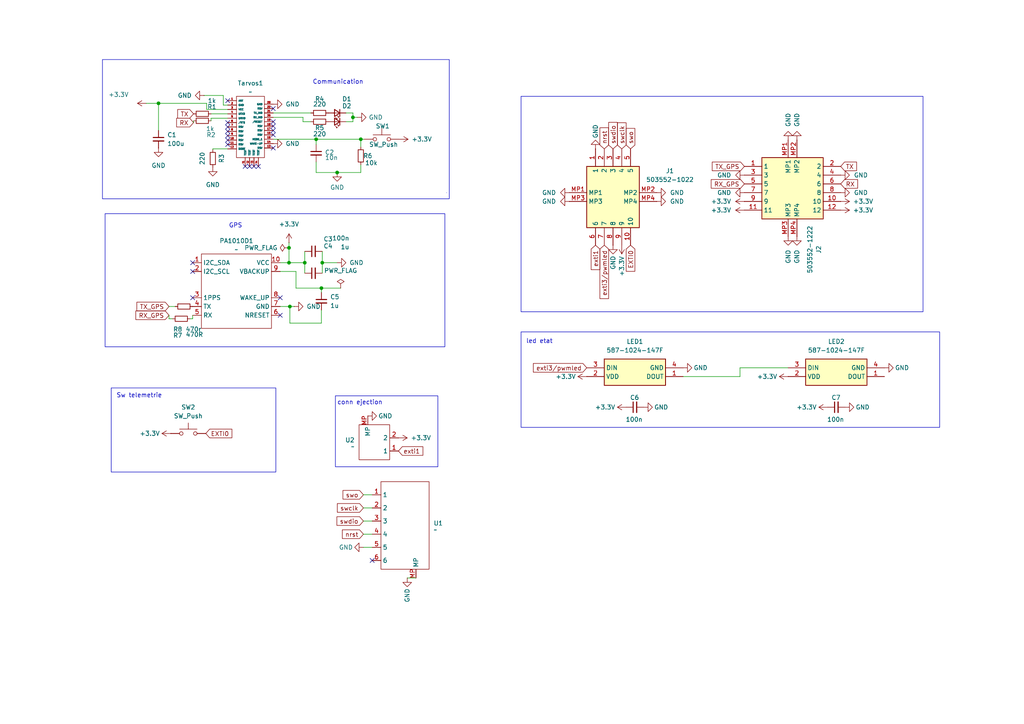
<source format=kicad_sch>
(kicad_sch (version 20231120) (generator "eeschema") (generator_version "8.0")
  (paper "A4")
  (lib_symbols
    (symbol "5035521022:503552-1022"
      (property "Reference" "J" (at 21.59 12.7 0))
      (property "Value" "503552-1022" (at 21.59 10.16 0))
      (symbol "503552-1022_1_1"
        (rectangle (start 5.08 7.62) (end 20.32 -10.16) (stroke (width 0.254)) (fill (type background)))
        (pin passive line (at 7.62 12.7 270) (length 5.08) (name "1") (number "1"))
        (pin passive line (at 17.78 -15.24 90) (length 5.08) (name "10") (number "10"))
        (pin passive line (at 10.16 12.7 270) (length 5.08) (name "2") (number "2"))
        (pin passive line (at 12.7 12.7 270) (length 5.08) (name "3") (number "3"))
        (pin passive line (at 15.24 12.7 270) (length 5.08) (name "4") (number "4"))
        (pin passive line (at 17.78 12.7 270) (length 5.08) (name "5") (number "5"))
        (pin passive line (at 7.62 -15.24 90) (length 5.08) (name "6") (number "6"))
        (pin passive line (at 10.16 -15.24 90) (length 5.08) (name "7") (number "7"))
        (pin passive line (at 12.7 -15.24 90) (length 5.08) (name "8") (number "8"))
        (pin passive line (at 15.24 -15.24 90) (length 5.08) (name "9") (number "9"))
        (pin passive line (at 0 0 0) (length 5.08) (name "MP1") (number "MP1"))
        (pin passive line (at 25.4 0 180) (length 5.08) (name "MP2") (number "MP2"))
        (pin passive line (at 0 -2.54 0) (length 5.08) (name "MP3") (number "MP3"))
        (pin passive line (at 25.4 -2.54 180) (length 5.08) (name "MP4") (number "MP4"))
      )
    )
    (symbol "5035521222:503552-1222"
      (property "Reference" "J" (at 24.13 12.7 0))
      (property "Value" "503552-1222" (at 24.13 10.16 0))
      (symbol "503552-1222_1_1"
        (rectangle (start 5.08 7.62) (end 22.86 -10.16) (stroke (width 0.254)) (fill (type background)))
        (pin passive line (at 7.62 -15.24 90) (length 5.08) (name "1") (number "1"))
        (pin passive line (at 17.78 12.7 270) (length 5.08) (name "10") (number "10"))
        (pin passive line (at 20.32 -15.24 90) (length 5.08) (name "11") (number "11"))
        (pin passive line (at 20.32 12.7 270) (length 5.08) (name "12") (number "12"))
        (pin passive line (at 7.62 12.7 270) (length 5.08) (name "2") (number "2"))
        (pin passive line (at 10.16 -15.24 90) (length 5.08) (name "3") (number "3"))
        (pin passive line (at 10.16 12.7 270) (length 5.08) (name "4") (number "4"))
        (pin passive line (at 12.7 -15.24 90) (length 5.08) (name "5") (number "5"))
        (pin passive line (at 12.7 12.7 270) (length 5.08) (name "6") (number "6"))
        (pin passive line (at 15.24 -15.24 90) (length 5.08) (name "7") (number "7"))
        (pin passive line (at 15.24 12.7 270) (length 5.08) (name "8") (number "8"))
        (pin passive line (at 17.78 -15.24 90) (length 5.08) (name "9") (number "9"))
        (pin passive line (at 0 -2.54 0) (length 5.08) (name "MP1") (number "MP1"))
        (pin passive line (at 0 0 0) (length 5.08) (name "MP2") (number "MP2"))
        (pin passive line (at 27.94 -2.54 180) (length 5.08) (name "MP3") (number "MP3"))
        (pin passive line (at 27.94 0 180) (length 5.08) (name "MP4") (number "MP4"))
      )
    )
    (symbol "Device:C_Small" (pin_numbers hide) (pin_names (offset 0.254) hide)
      (property "Reference" "C" (at 0.254 1.778 0))
      (property "Value" "C_Small" (at 0.254 -2.032 0))
      (symbol "C_Small_0_1"
        (polyline (pts (xy -1.524 -0.508) (xy 1.524 -0.508)) (stroke (width 0.3302)))
        (polyline (pts (xy -1.524 0.508) (xy 1.524 0.508)) (stroke (width 0.3048)))
      )
      (symbol "C_Small_1_1"
        (pin passive line (at 0 2.54 270) (length 2.032) (name "~") (number "1"))
        (pin passive line (at 0 -2.54 90) (length 2.032) (name "~") (number "2"))
      )
    )
    (symbol "Device:LED_Small" (pin_numbers hide) (pin_names (offset 0.254) hide)
      (property "Reference" "D" (at -1.27 3.175 0))
      (property "Value" "LED_Small" (at -4.445 -2.54 0))
      (symbol "LED_Small_0_1"
        (polyline (pts (xy -0.762 -1.016) (xy -0.762 1.016)) (stroke (width 0.254)))
        (polyline (pts (xy 1.016 0) (xy -0.762 0)))
        (polyline (pts (xy 0.762 -1.016) (xy -0.762 0) (xy 0.762 1.016) (xy 0.762 -1.016)) (stroke (width 0.254)))
        (polyline (pts (xy 0 0.762) (xy -0.508 1.27) (xy -0.254 1.27) (xy -0.508 1.27) (xy -0.508 1.016)))
        (polyline (pts (xy 0.508 1.27) (xy 0 1.778) (xy 0.254 1.778) (xy 0 1.778) (xy 0 1.524)))
      )
      (symbol "LED_Small_1_1"
        (pin passive line (at -2.54 0 0) (length 1.778) (name "K") (number "1"))
        (pin passive line (at 2.54 0 180) (length 1.778) (name "A") (number "2"))
      )
    )
    (symbol "Device:R_Small" (pin_numbers hide) (pin_names (offset 0.254) hide)
      (property "Reference" "R" (at 0.762 0.508 0))
      (property "Value" "R_Small" (at 0.762 -1.016 0))
      (symbol "R_Small_0_1"
        (rectangle (start -0.762 1.778) (end 0.762 -1.778) (stroke (width 0.2032)))
      )
      (symbol "R_Small_1_1"
        (pin passive line (at 0 2.54 270) (length 0.762) (name "~") (number "1"))
        (pin passive line (at 0 -2.54 90) (length 0.762) (name "~") (number "2"))
      )
    )
    (symbol "PA1010D:PA1010D"
      (property "Reference" "PA1010D" (at 0 3.048 0))
      (symbol "PA1010D_0_1"
        (rectangle (start -8.89 0) (end 11.43 -21.59))
      )
      (symbol "PA1010D_1_1"
        (pin input line (at -11.43 -2.54 0) (length 2.54) (name "I2C_SDA") (number "1"))
        (pin power_in line (at 13.97 -2.54 180) (length 2.54) (name "VCC") (number "10"))
        (pin input line (at -11.43 -5.08 0) (length 2.54) (name "I2C_SCL") (number "2"))
        (pin input line (at -11.43 -12.7 0) (length 2.54) (name "1PPS") (number "3"))
        (pin output line (at -11.43 -15.24 0) (length 2.54) (name "TX") (number "4"))
        (pin input line (at -11.43 -17.78 0) (length 2.54) (name "RX") (number "5"))
        (pin input line (at 13.97 -17.78 180) (length 2.54) (name "NRESET") (number "6"))
        (pin power_in line (at 13.97 -15.24 180) (length 2.54) (name "GND") (number "7"))
        (pin input line (at 13.97 -12.7 180) (length 2.54) (name "WAKE_UP") (number "8"))
        (pin power_in line (at 13.97 -5.08 180) (length 2.54) (name "VBACKUP") (number "9"))
      )
    )
    (symbol "Switch:SW_Push" (pin_numbers hide) (pin_names (offset 1.016) hide)
      (property "Reference" "SW" (at 1.27 2.54 0))
      (property "Value" "SW_Push" (at 0 -1.524 0))
      (symbol "SW_Push_0_1"
        (circle (center -2.032 0) (radius 0.508))
        (polyline (pts (xy 0 1.27) (xy 0 3.048)))
        (polyline (pts (xy 2.54 1.27) (xy -2.54 1.27)))
        (circle (center 2.032 0) (radius 0.508))
        (pin passive line (at -5.08 0 0) (length 2.54) (name "1") (number "1"))
        (pin passive line (at 5.08 0 180) (length 2.54) (name "2") (number "2"))
      )
    )
    (symbol "Tarvos III:Tarvos"
      (property "Reference" "Tarvos" (at 0 0 0))
      (symbol "Tarvos_0_1"
        (rectangle (start -3.81 -1.27) (end 4.318 -19.05))
      )
      (symbol "Tarvos_1_1"
        (pin input line (at -6.35 -2.54 0) (length 2.54) (name "ANT") (number "1"))
        (pin input line (at -6.35 -13.97 0) (length 2.54) (name "RSV") (number "10"))
        (pin input line (at -6.35 -15.24 0) (length 2.54) (name "RSV") (number "11"))
        (pin input line (at -6.35 -16.51 0) (length 2.54) (name "BOOT") (number "12"))
        (pin input line (at 6.858 -16.256 180) (length 2.54) (name "RSV") (number "13"))
        (pin input line (at 6.858 -14.986 180) (length 2.54) (name "WAKE-UP") (number "14"))
        (pin input line (at 6.858 -13.716 180) (length 2.54) (name "MODE_1") (number "15"))
        (pin input line (at 6.858 -12.446 180) (length 2.54) (name "RSV") (number "16"))
        (pin input line (at 6.858 -11.176 180) (length 2.54) (name "RSV") (number "17"))
        (pin input line (at 6.858 -9.906 180) (length 2.54) (name "RSV") (number "18"))
        (pin input line (at 6.858 -8.636 180) (length 2.54) (name "/RESET") (number "19"))
        (pin input line (at -6.35 -3.81 0) (length 2.54) (name "GND") (number "2"))
        (pin input line (at 6.858 -7.366 180) (length 2.54) (name "RX_IND") (number "20"))
        (pin input line (at 6.858 -6.096 180) (length 2.54) (name "TX_IND") (number "21"))
        (pin input line (at 6.858 -4.826 180) (length 2.54) (name "RSV") (number "22"))
        (pin input line (at 6.858 -3.556 180) (length 2.54) (name "GND") (number "23"))
        (pin input line (at -6.35 -5.08 0) (length 2.54) (name "VCC") (number "3"))
        (pin input line (at -6.35 -6.35 0) (length 2.54) (name "UTXD") (number "4"))
        (pin input line (at -6.35 -7.62 0) (length 2.54) (name "URXD") (number "5"))
        (pin input line (at -6.35 -8.89 0) (length 2.54) (name "/RTS") (number "6"))
        (pin input line (at -6.35 -10.16 0) (length 2.54) (name "RSV") (number "7"))
        (pin input line (at -6.35 -11.43 0) (length 2.54) (name "RSV") (number "8"))
        (pin input line (at -6.35 -12.7 0) (length 2.54) (name "RSV") (number "9"))
        (pin input line (at -1.27 -21.59 90) (length 2.54) (name "TEST") (number "i1"))
        (pin input line (at 0 -21.59 90) (length 2.54) (name "TEST") (number "i2"))
        (pin input line (at 1.27 -21.59 90) (length 2.54) (name "TEST") (number "i3"))
        (pin input line (at 2.54 -21.59 90) (length 2.54) (name "TEST") (number "i4"))
      )
    )
    (symbol "jst_librairie:bm02B_jst_sh"
      (property "Reference" "U2" (at 6.35 -0.6351 0))
      (property "Value" "~" (at 6.35 1.27 0))
      (symbol "bm02B_jst_sh_0_1"
        (rectangle (start -3.81 5.08) (end 5.08 -5.08))
      )
      (symbol "bm02B_jst_sh_1_1"
        (pin free line (at -6.35 2.54 0) (length 2.54) (name "1") (number "1"))
        (pin free line (at -6.35 -1.27 0) (length 2.54) (name "2") (number "2"))
        (pin free line (at 2.54 -7.62 90) (length 2.54) (name "MP") (number "MP"))
      )
    )
    (symbol "jst_sh_symboles:jst_sh_6pin"
      (property "Reference" "U1" (at 6.35 1.9051 0))
      (property "Value" "~" (at 6.35 0 0))
      (symbol "jst_sh_6pin_0_1"
        (rectangle (start -8.89 13.97) (end 5.08 -11.43))
      )
      (symbol "jst_sh_6pin_1_1"
        (pin free line (at -11.43 10.16 0) (length 2.54) (name "1") (number "1"))
        (pin free line (at -11.43 6.35 0) (length 2.54) (name "2") (number "2"))
        (pin free line (at -11.43 2.54 0) (length 2.54) (name "3") (number "3"))
        (pin free line (at -11.43 -1.27 0) (length 2.54) (name "4") (number "4"))
        (pin free line (at -11.43 -5.08 0) (length 2.54) (name "5") (number "5"))
        (pin free line (at -11.43 -8.89 0) (length 2.54) (name "6") (number "6"))
        (pin free line (at 1.27 -13.97 90) (length 2.54) (name "MP") (number "MP"))
      )
    )
    (symbol "led adressable:587-1024-147F"
      (property "Reference" "LED" (at 24.13 7.62 0))
      (property "Value" "587-1024-147F" (at 24.13 5.08 0))
      (symbol "587-1024-147F_1_1"
        (rectangle (start 5.08 2.54) (end 22.86 -5.08) (stroke (width 0.254)) (fill (type background)))
        (pin passive line (at 27.94 -2.54 180) (length 5.08) (name "DOUT") (number "1"))
        (pin passive line (at 0 -2.54 0) (length 5.08) (name "VDD") (number "2"))
        (pin passive line (at 0 0 0) (length 5.08) (name "DIN") (number "3"))
        (pin passive line (at 27.94 0 180) (length 5.08) (name "GND") (number "4"))
      )
    )
    (symbol "power:+3.3V" (power) (pin_numbers hide) (pin_names (offset 0) hide)
      (property "Value" "+3.3V" (at 0 3.556 0))
      (symbol "+3.3V_0_1"
        (polyline (pts (xy -0.762 1.27) (xy 0 2.54)))
        (polyline (pts (xy 0 0) (xy 0 2.54)))
        (polyline (pts (xy 0 2.54) (xy 0.762 1.27)))
      )
      (symbol "+3.3V_1_1"
        (pin power_in line (at 0 0 90) (length 0) (name "~") (number "1"))
      )
    )
    (symbol "power:GND" (power) (pin_numbers hide) (pin_names (offset 0) hide)
      (property "Value" "GND" (at 0 -3.81 0))
      (symbol "GND_0_1"
        (polyline (pts (xy 0 0) (xy 0 -1.27) (xy 1.27 -1.27) (xy 0 -2.54) (xy -1.27 -1.27) (xy 0 -1.27)))
      )
      (symbol "GND_1_1"
        (pin power_in line (at 0 0 270) (length 0) (name "~") (number "1"))
      )
    )
    (symbol "power:PWR_FLAG" (power) (pin_numbers hide) (pin_names (offset 0) hide)
      (property "Value" "PWR_FLAG" (at 0 3.81 0))
      (symbol "PWR_FLAG_0_0"
        (pin power_out line (at 0 0 90) (length 0) (name "~") (number "1"))
      )
      (symbol "PWR_FLAG_0_1"
        (polyline (pts (xy 0 0) (xy 0 1.27) (xy -1.016 1.905) (xy 0 2.54) (xy 1.016 1.905) (xy 0 1.27)))
      )
    )
  )
  (junction (at 88.392 76.2))
  (junction (at 97.79 50.038))
  (junction (at 45.974 29.972))
  (junction (at 83.82 71.882))
  (junction (at 84.074 88.9))
  (junction (at 102.362 34.036))
  (junction (at 83.82 76.2))
  (junction (at 104.648 40.386))
  (junction (at 93.218 83.566))
  (junction (at 91.694 40.386))
  (junction (at 93.472 76.2))
  (no_connect (at 66.04 29.21))
  (no_connect (at 79.248 31.496))
  (no_connect (at 66.04 39.37))
  (no_connect (at 66.04 40.64))
  (no_connect (at 55.88 86.36))
  (no_connect (at 55.88 78.74))
  (no_connect (at 55.88 76.2))
  (no_connect (at 73.66 48.26))
  (no_connect (at 79.248 36.576))
  (no_connect (at 81.28 91.44))
  (no_connect (at 107.95 162.56))
  (no_connect (at 66.04 36.83))
  (no_connect (at 72.39 48.26))
  (no_connect (at 79.248 42.926))
  (no_connect (at 71.12 48.26))
  (no_connect (at 79.248 37.846))
  (no_connect (at 79.248 35.306))
  (no_connect (at 66.04 38.1))
  (no_connect (at 81.28 86.36))
  (no_connect (at 66.04 35.56))
  (no_connect (at 74.93 48.26))
  (no_connect (at 79.248 39.116))
  (no_connect (at 66.04 41.91))
  (wire (pts (xy 84.074 88.9) (xy 81.28 88.9)))
  (wire (pts (xy 107.95 151.13) (xy 105.41 151.13)))
  (wire (pts (xy 85.344 88.9) (xy 84.074 88.9)))
  (wire (pts (xy 45.974 29.972) (xy 45.974 37.846)))
  (wire (pts (xy 88.392 72.898) (xy 88.392 76.2)))
  (wire (pts (xy 84.074 93.726) (xy 93.218 93.726)))
  (wire (pts (xy 93.472 72.898) (xy 93.472 76.2)))
  (wire (pts (xy 91.694 50.038) (xy 97.79 50.038)))
  (wire (pts (xy 104.648 40.386) (xy 104.648 42.672)))
  (wire (pts (xy 198.12 109.22) (xy 214.63 109.22)))
  (wire (pts (xy 61.722 43.18) (xy 61.722 43.434)))
  (wire (pts (xy 100.33 32.766) (xy 102.362 32.766)))
  (wire (pts (xy 59.944 29.972) (xy 59.944 31.75)))
  (wire (pts (xy 81.28 78.74) (xy 85.852 78.74)))
  (wire (pts (xy 103.632 34.036) (xy 102.362 34.036)))
  (wire (pts (xy 93.218 93.726) (xy 93.218 89.916)))
  (wire (pts (xy 93.218 83.566) (xy 98.806 83.566)))
  (wire (pts (xy 107.95 147.32) (xy 105.41 147.32)))
  (wire (pts (xy 49.022 92.456) (xy 49.022 91.44)))
  (wire (pts (xy 64.77 27.686) (xy 64.77 30.48)))
  (wire (pts (xy 59.182 27.686) (xy 64.77 27.686)))
  (wire (pts (xy 102.362 32.766) (xy 102.362 34.036)))
  (wire (pts (xy 87.884 35.306) (xy 87.884 34.036)))
  (wire (pts (xy 64.77 30.48) (xy 66.04 30.48)))
  (wire (pts (xy 93.472 76.2) (xy 93.472 79.248)))
  (wire (pts (xy 97.79 50.038) (xy 104.648 50.038)))
  (wire (pts (xy 81.28 76.2) (xy 83.82 76.2)))
  (wire (pts (xy 91.694 40.386) (xy 104.648 40.386)))
  (wire (pts (xy 107.95 143.51) (xy 105.41 143.51)))
  (wire (pts (xy 66.04 43.18) (xy 61.722 43.18)))
  (wire (pts (xy 104.648 50.038) (xy 104.648 47.752)))
  (wire (pts (xy 88.392 76.2) (xy 88.392 79.248)))
  (wire (pts (xy 90.17 32.766) (xy 79.248 32.766)))
  (wire (pts (xy 85.852 78.74) (xy 85.852 83.566)))
  (wire (pts (xy 84.074 88.9) (xy 84.074 93.726)))
  (wire (pts (xy 83.82 70.358) (xy 83.82 71.882)))
  (wire (pts (xy 56.134 35.56) (xy 56.134 35.052)))
  (wire (pts (xy 50.038 92.456) (xy 49.022 92.456)))
  (wire (pts (xy 214.63 106.68) (xy 228.6 106.68)))
  (wire (pts (xy 85.852 83.566) (xy 93.218 83.566)))
  (wire (pts (xy 102.362 34.036) (xy 102.362 35.306)))
  (wire (pts (xy 55.88 92.456) (xy 55.88 91.44)))
  (wire (pts (xy 45.974 29.972) (xy 59.944 29.972)))
  (wire (pts (xy 91.694 40.386) (xy 91.694 41.91)))
  (wire (pts (xy 104.648 40.386) (xy 105.664 40.386)))
  (wire (pts (xy 100.33 35.306) (xy 102.362 35.306)))
  (wire (pts (xy 120.65 167.64) (xy 118.11 167.64)))
  (wire (pts (xy 90.17 35.306) (xy 87.884 35.306)))
  (wire (pts (xy 214.63 109.22) (xy 214.63 106.68)))
  (wire (pts (xy 55.118 92.456) (xy 55.88 92.456)))
  (wire (pts (xy 49.022 88.9) (xy 50.8 88.9)))
  (wire (pts (xy 93.218 83.566) (xy 93.218 84.836)))
  (wire (pts (xy 42.418 29.972) (xy 45.974 29.972)))
  (wire (pts (xy 93.472 76.2) (xy 97.79 76.2)))
  (wire (pts (xy 61.214 34.29) (xy 61.214 35.052)))
  (wire (pts (xy 91.694 46.99) (xy 91.694 50.038)))
  (wire (pts (xy 83.82 76.2) (xy 88.392 76.2)))
  (wire (pts (xy 83.82 71.882) (xy 83.82 76.2)))
  (wire (pts (xy 61.214 33.02) (xy 66.04 33.02)))
  (wire (pts (xy 59.944 31.75) (xy 66.04 31.75)))
  (wire (pts (xy 66.04 34.29) (xy 61.214 34.29)))
  (wire (pts (xy 107.95 158.75) (xy 105.41 158.75)))
  (wire (pts (xy 79.248 40.386) (xy 91.694 40.386)))
  (wire (pts (xy 87.884 34.036) (xy 79.248 34.036)))
  (wire (pts (xy 107.95 154.94) (xy 105.41 154.94)))
  (rectangle (start 151.13 27.94) (end 267.716 90.424))
  (rectangle (start 32.258 112.522) (end 80.01 136.906))
  (rectangle (start 97.282 114.808) (end 127 135.382))
  (rectangle (start 29.718 17.272) (end 130.302 57.658))
  (rectangle (start 151.13 96.266) (end 272.542 123.952))
  (rectangle (start 129.54 55.88) (end 129.54 55.88))
  (rectangle (start 30.48 61.976) (end 129.032 100.584))
  (text "conn ejection" (at 104.394 116.84 0) (effects (font (size 1.27 1.27))))
  (text "Sw telemetrie" (at 40.386 114.808 0) (effects (font (size 1.27 1.27))))
  (text "GPS\n" (at 68.326 65.532 0) (effects (font (size 1.27 1.27))))
  (text "led etat" (at 156.464 99.06 0) (effects (font (size 1.27 1.27))))
  (text "Communication" (at 98.044 23.876 0) (effects (font (size 1.27 1.27))))
  (global_label "EXTI0" (shape input) (at 182.88 71.12 270) (property "Intersheetrefs" "${INTERSHEET_REFS}" (effects (hide yes))))
  (global_label "exti3{slash}pwmled" (shape input) (at 170.18 106.68 180) (property "Intersheetrefs" "${INTERSHEET_REFS}" (effects (hide yes))))
  (global_label "exti1" (shape input) (at 172.72 71.12 270) (property "Intersheetrefs" "${INTERSHEET_REFS}" (effects (hide yes))))
  (global_label "nrst" (shape input) (at 175.26 43.18 90) (property "Intersheetrefs" "${INTERSHEET_REFS}" (effects (hide yes))))
  (global_label "RX" (shape input) (at 243.84 53.34 0) (property "Intersheetrefs" "${INTERSHEET_REFS}" (effects (hide yes))))
  (global_label "TX_GPS" (shape input) (at 215.9 48.26 180) (property "Intersheetrefs" "${INTERSHEET_REFS}" (effects (hide yes))))
  (global_label "swo" (shape input) (at 182.88 43.18 90) (property "Intersheetrefs" "${INTERSHEET_REFS}" (effects (hide yes))))
  (global_label "exti3{slash}pwmled" (shape input) (at 175.26 71.12 270) (property "Intersheetrefs" "${INTERSHEET_REFS}" (effects (hide yes))))
  (global_label "TX_GPS" (shape input) (at 49.022 88.9 180) (property "Intersheetrefs" "${INTERSHEET_REFS}" (effects (hide yes))))
  (global_label "swclk" (shape input) (at 105.41 147.32 180) (property "Intersheetrefs" "${INTERSHEET_REFS}" (effects (hide yes))))
  (global_label "RX_GPS" (shape input) (at 215.9 53.34 180) (property "Intersheetrefs" "${INTERSHEET_REFS}" (effects (hide yes))))
  (global_label "swclk" (shape input) (at 180.34 43.18 90) (property "Intersheetrefs" "${INTERSHEET_REFS}" (effects (hide yes))))
  (global_label "swdio" (shape input) (at 177.8 43.18 90) (property "Intersheetrefs" "${INTERSHEET_REFS}" (effects (hide yes))))
  (global_label "TX" (shape input) (at 56.134 33.02 180) (property "Intersheetrefs" "${INTERSHEET_REFS}" (effects (hide yes))))
  (global_label "RX" (shape input) (at 56.134 35.56 180) (property "Intersheetrefs" "${INTERSHEET_REFS}" (effects (hide yes))))
  (global_label "nrst" (shape input) (at 105.41 154.94 180) (property "Intersheetrefs" "${INTERSHEET_REFS}" (effects (hide yes))))
  (global_label "swdio" (shape input) (at 105.41 151.13 180) (property "Intersheetrefs" "${INTERSHEET_REFS}" (effects (hide yes))))
  (global_label "TX" (shape input) (at 243.84 48.26 0) (property "Intersheetrefs" "${INTERSHEET_REFS}" (effects (hide yes))))
  (global_label "exti1" (shape input) (at 115.57 130.81 0) (property "Intersheetrefs" "${INTERSHEET_REFS}" (effects (hide yes))))
  (global_label "swo" (shape input) (at 105.41 143.51 180) (property "Intersheetrefs" "${INTERSHEET_REFS}" (effects (hide yes))))
  (global_label "EXTI0" (shape input) (at 59.69 125.73 0) (property "Intersheetrefs" "${INTERSHEET_REFS}" (effects (hide yes))))
  (global_label "RX_GPS" (shape input) (at 49.022 91.44 180) (property "Intersheetrefs" "${INTERSHEET_REFS}" (effects (hide yes))))
  (symbol (lib_id "Device:LED_Small") (at 97.79 32.766 180) (unit 1)
    (property "Reference" "D1" (at 100.584 28.702 0))
    (property "Value" "LED_Small" (effects (hide yes)))
    (property "Footprint" "LED_SMD:LED_0603_1608Metric" (effects (hide yes)))
    (property "Description" "Light emitting diode, small symbol" (effects (hide yes)))
  )
  (symbol (lib_id "Tarvos III:Tarvos") (at 72.39 26.67 0) (unit 1)
    (property "Reference" "Tarvos1" (at 72.644 24.13 0))
    (property "Value" "~" (at 72.644 26.67 0))
    (property "Footprint" "tarvosiii:Tarvos III" (effects (hide yes)))
  )
  (symbol (lib_id "power:GND") (at 97.79 50.038 0) (unit 1)
    (property "Reference" "#PWR07" (effects (hide yes)))
    (property "Value" "GND" (at 97.79 54.356 0))
    (property "Description" "Power symbol creates a global label with name \"GND\" , ground" (effects (hide yes)))
  )
  (symbol (lib_id "Device:R_Small") (at 58.674 35.052 90) (unit 1)
    (property "Reference" "R2" (at 61.214 39.116 90))
    (property "Value" "1k" (at 60.96 37.338 90))
    (property "Footprint" "Resistor_SMD:R_0402_1005Metric" (effects (hide yes)))
    (property "Description" "Resistor, small symbol" (effects (hide yes)))
  )
  (symbol (lib_id "power:+3.3V") (at 243.84 58.42 270) (unit 1)
    (property "Reference" "#PWR027" (effects (hide yes)))
    (property "Value" "+3.3V" (at 247.396 58.4199 90) (effects (justify left)))
    (property "Description" "Power symbol creates a global label with name \"+3.3V\"" (effects (hide yes)))
  )
  (symbol (lib_id "Device:R_Small") (at 58.674 33.02 90) (unit 1)
    (property "Reference" "R1" (at 61.468 30.988 90))
    (property "Value" "1k" (at 61.468 29.21 90))
    (property "Footprint" "Resistor_SMD:R_0402_1005Metric" (effects (hide yes)))
    (property "Description" "Resistor, small symbol" (effects (hide yes)))
  )
  (symbol (lib_id "power:GND") (at 177.8 71.12 0) (unit 1)
    (property "Reference" "#PWR031" (effects (hide yes)))
    (property "Value" "GND" (at 177.8 76.2 90))
    (property "Description" "Power symbol creates a global label with name \"GND\" , ground" (effects (hide yes)))
  )
  (symbol (lib_id "Switch:SW_Push") (at 54.61 125.73 0) (unit 1)
    (property "Reference" "SW2" (at 54.61 118.11 0))
    (property "Value" "SW_Push" (at 54.61 120.65 0))
    (property "Footprint" "Button_Switch_SMD:SW_Push_1P1T_NO_CK_PTS125Sx43PSMTR" (effects (hide yes)))
    (property "Description" "Push button switch, generic, two pins" (effects (hide yes)))
  )
  (symbol (lib_id "Device:LED_Small") (at 97.79 35.306 180) (unit 1)
    (property "Reference" "D2" (at 100.584 30.734 0))
    (property "Value" "LED_Small" (effects (hide yes)))
    (property "Footprint" "LED_SMD:LED_0603_1608Metric" (effects (hide yes)))
    (property "Description" "Light emitting diode, small symbol" (effects (hide yes)))
  )
  (symbol (lib_id "Device:C_Small") (at 184.15 118.11 90) (unit 1)
    (property "Reference" "C6" (at 185.42 115.316 90) (effects (justify left)))
    (property "Value" "100n" (at 186.436 121.666 90) (effects (justify left)))
    (property "Footprint" "Capacitor_SMD:C_0402_1005Metric" (effects (hide yes)))
    (property "Description" "Unpolarized capacitor, small symbol" (effects (hide yes)))
  )
  (symbol (lib_id "Device:R_Small") (at 104.648 45.212 180) (unit 1)
    (property "Reference" "R6" (at 106.68 45.212 0))
    (property "Value" "10k" (at 107.696 47.244 0))
    (property "Footprint" "Resistor_SMD:R_0402_1005Metric" (effects (hide yes)))
    (property "Description" "Resistor, small symbol" (effects (hide yes)))
  )
  (symbol (lib_id "power:GND") (at 190.5 58.42 90) (unit 1)
    (property "Reference" "#PWR016" (effects (hide yes)))
    (property "Value" "GND" (at 194.31 58.4199 90) (effects (justify right)))
    (property "Description" "Power symbol creates a global label with name \"GND\" , ground" (effects (hide yes)))
  )
  (symbol (lib_id "Device:R_Small") (at 92.71 35.306 90) (unit 1)
    (property "Reference" "R5" (at 92.71 37.084 90))
    (property "Value" "220" (at 92.71 38.862 90))
    (property "Footprint" "Resistor_SMD:R_0402_1005Metric" (effects (hide yes)))
    (property "Description" "Resistor, small symbol" (effects (hide yes)))
  )
  (symbol (lib_id "power:GND") (at 172.72 43.18 180) (unit 1)
    (property "Reference" "#PWR029" (effects (hide yes)))
    (property "Value" "GND" (at 172.72 38.1 90))
    (property "Description" "Power symbol creates a global label with name \"GND\" , ground" (effects (hide yes)))
  )
  (symbol (lib_id "power:+3.3V") (at 115.57 127 270) (unit 1)
    (property "Reference" "#PWR040" (effects (hide yes)))
    (property "Value" "+3.3V" (at 119.126 126.9999 90) (effects (justify left)))
    (property "Description" "Power symbol creates a global label with name \"+3.3V\"" (effects (hide yes)))
  )
  (symbol (lib_id "Switch:SW_Push") (at 110.744 40.386 0) (unit 1)
    (property "Reference" "SW1" (at 110.998 36.576 0))
    (property "Value" "SW_Push" (at 111.252 41.91 0))
    (property "Footprint" "Connector_PinHeader_1.00mm:PinHeader_1x02_P1.00mm_Horizontal" (effects (hide yes)))
    (property "Description" "Push button switch, generic, two pins" (effects (hide yes)))
  )
  (symbol (lib_id "Device:C_Small") (at 242.57 118.11 90) (unit 1)
    (property "Reference" "C7" (at 243.84 115.316 90) (effects (justify left)))
    (property "Value" "100n" (at 244.856 121.666 90) (effects (justify left)))
    (property "Footprint" "Capacitor_SMD:C_0402_1005Metric" (effects (hide yes)))
    (property "Description" "Unpolarized capacitor, small symbol" (effects (hide yes)))
  )
  (symbol (lib_id "power:+3.3V") (at 83.82 70.358 0) (unit 1)
    (property "Reference" "#PWR010" (effects (hide yes)))
    (property "Value" "+3.3V" (at 83.82 65.024 0))
    (property "Description" "Power symbol creates a global label with name \"+3.3V\"" (effects (hide yes)))
  )
  (symbol (lib_id "power:GND") (at 190.5 55.88 90) (unit 1)
    (property "Reference" "#PWR015" (effects (hide yes)))
    (property "Value" "GND" (at 194.31 55.8799 90) (effects (justify right)))
    (property "Description" "Power symbol creates a global label with name \"GND\" , ground" (effects (hide yes)))
  )
  (symbol (lib_id "5035521022:503552-1022") (at 165.1 55.88 0) (unit 1)
    (property "Reference" "J1" (at 194.31 49.5614 0))
    (property "Value" "503552-1022" (at 194.31 52.1014 0))
    (property "Footprint" "5035521022:5035521022" (effects (hide yes)))
    (property "Datasheet" "https://www.molex.com/pdm_docs/sd/5035521222_sd.pdf" (effects (hide yes)))
    (property "Description" "Board to Board & Mezzanine Connectors SLIMSTACK .4MM PITCH HRF PLUG 10CKT" (effects (hide yes)))
    (property "Height" "0.58" (effects (hide yes)))
    (property "Manufacturer_Name" "Molex" (effects (hide yes)))
    (property "Manufacturer_Part_Number" "503552-1022" (effects (hide yes)))
    (property "Mouser Part Number" "538-503552-1022" (effects (hide yes)))
    (property "Mouser Price/Stock" "https://www.mouser.co.uk/ProductDetail/Molex/503552-1022?qs=byeeYqUIh0NcrMupNdbabQ%3D%3D" (effects (hide yes)))
  )
  (symbol (lib_id "power:GND") (at 165.1 58.42 270) (unit 1)
    (property "Reference" "#PWR014" (effects (hide yes)))
    (property "Value" "GND" (at 161.29 58.4199 90) (effects (justify right)))
    (property "Description" "Power symbol creates a global label with name \"GND\" , ground" (effects (hide yes)))
  )
  (symbol (lib_id "Device:C_Small") (at 93.218 87.376 0) (unit 1)
    (property "Reference" "C5" (at 95.758 86.1122 0) (effects (justify left)))
    (property "Value" "1u" (at 95.758 88.6522 0) (effects (justify left)))
    (property "Footprint" "Capacitor_SMD:C_0402_1005Metric_Pad0.74x0.62mm_HandSolder" (effects (hide yes)))
    (property "Description" "Unpolarized capacitor, small symbol" (effects (hide yes)))
  )
  (symbol (lib_id "power:+3.3V") (at 115.824 40.386 270) (unit 1)
    (property "Reference" "#PWR09" (effects (hide yes)))
    (property "Value" "+3.3V" (at 119.38 40.3859 90) (effects (justify left)))
    (property "Description" "Power symbol creates a global label with name \"+3.3V\"" (effects (hide yes)))
  )
  (symbol (lib_id "power:+3.3V") (at 243.84 60.96 270) (unit 1)
    (property "Reference" "#PWR028" (effects (hide yes)))
    (property "Value" "+3.3V" (at 247.396 60.9599 90) (effects (justify left)))
    (property "Description" "Power symbol creates a global label with name \"+3.3V\"" (effects (hide yes)))
  )
  (symbol (lib_id "power:GND") (at 215.9 50.8 270) (unit 1)
    (property "Reference" "#PWR023" (effects (hide yes)))
    (property "Value" "GND" (at 212.09 50.7999 90) (effects (justify right)))
    (property "Description" "Power symbol creates a global label with name \"GND\" , ground" (effects (hide yes)))
  )
  (symbol (lib_id "Device:R_Small") (at 61.722 45.974 180) (unit 1)
    (property "Reference" "R3" (at 64.262 45.974 90))
    (property "Value" "220" (at 58.674 45.974 90))
    (property "Footprint" "Resistor_SMD:R_0402_1005Metric" (effects (hide yes)))
    (property "Description" "Resistor, small symbol" (effects (hide yes)))
  )
  (symbol (lib_id "Device:R_Small") (at 52.578 92.456 90) (unit 1)
    (property "Reference" "R7" (at 51.562 97.282 90))
    (property "Value" "470R" (at 56.388 97.028 90))
    (property "Footprint" "Resistor_SMD:R_0402_1005Metric" (effects (hide yes)))
    (property "Description" "Resistor, small symbol" (effects (hide yes)))
  )
  (symbol (lib_id "Device:R_Small") (at 53.34 88.9 90) (unit 1)
    (property "Reference" "R8" (at 51.562 95.504 90))
    (property "Value" "470r" (at 56.134 95.504 90))
    (property "Footprint" "Resistor_SMD:R_0402_1005Metric" (effects (hide yes)))
    (property "Description" "Resistor, small symbol" (effects (hide yes)))
  )
  (symbol (lib_id "PA1010D:PA1010D") (at 67.31 73.66 0) (unit 1)
    (property "Reference" "PA1010D1" (at 68.58 69.85 0))
    (property "Value" "~" (at 68.58 72.39 0))
    (property "Footprint" "pa1010d:PA1010D" (effects (hide yes)))
  )
  (symbol (lib_id "Device:C_Small") (at 45.974 40.386 0) (unit 1)
    (property "Reference" "C1" (at 48.514 39.1222 0) (effects (justify left)))
    (property "Value" "100u" (at 48.514 41.6622 0) (effects (justify left)))
    (property "Footprint" "Capacitor_SMD:C_0805_2012Metric_Pad1.18x1.45mm_HandSolder" (effects (hide yes)))
    (property "Description" "Unpolarized capacitor, small symbol" (effects (hide yes)))
  )
  (symbol (lib_id "power:GND") (at 165.1 55.88 270) (unit 1)
    (property "Reference" "#PWR013" (effects (hide yes)))
    (property "Value" "GND" (at 161.29 55.8799 90) (effects (justify right)))
    (property "Description" "Power symbol creates a global label with name \"GND\" , ground" (effects (hide yes)))
  )
  (symbol (lib_id "power:GND") (at 105.41 158.75 270) (unit 1)
    (property "Reference" "#PWR043" (effects (hide yes)))
    (property "Value" "GND" (at 100.33 158.75 90))
    (property "Description" "Power symbol creates a global label with name \"GND\" , ground" (effects (hide yes)))
  )
  (symbol (lib_id "power:GND") (at 85.344 88.9 90) (unit 1)
    (property "Reference" "#PWR011" (effects (hide yes)))
    (property "Value" "GND" (at 88.9 88.8999 90) (effects (justify right)))
    (property "Description" "Power symbol creates a global label with name \"GND\" , ground" (effects (hide yes)))
  )
  (symbol (lib_id "power:GND") (at 186.69 118.11 90) (unit 1)
    (property "Reference" "#PWR035" (effects (hide yes)))
    (property "Value" "GND" (at 191.77 118.11 90))
    (property "Description" "Power symbol creates a global label with name \"GND\" , ground" (effects (hide yes)))
  )
  (symbol (lib_id "Device:C_Small") (at 91.694 44.45 0) (unit 1)
    (property "Reference" "C2" (at 94.234 44.196 0) (effects (justify left)))
    (property "Value" "10n" (at 94.234 45.7262 0) (effects (justify left)))
    (property "Footprint" "Capacitor_SMD:C_0402_1005Metric" (effects (hide yes)))
    (property "Description" "Unpolarized capacitor, small symbol" (effects (hide yes)))
  )
  (symbol (lib_id "power:GND") (at 231.14 68.58 0) (unit 1)
    (property "Reference" "#PWR017" (effects (hide yes)))
    (property "Value" "GND" (at 231.1401 72.39 90) (effects (justify right)))
    (property "Description" "Power symbol creates a global label with name \"GND\" , ground" (effects (hide yes)))
  )
  (symbol (lib_id "Device:C_Small") (at 90.932 79.248 90) (unit 1)
    (property "Reference" "C4" (at 96.52 71.374 90) (effects (justify left)))
    (property "Value" "1u" (at 101.346 71.628 90) (effects (justify left)))
    (property "Footprint" "Capacitor_SMD:C_0402_1005Metric" (effects (hide yes)))
    (property "Description" "Unpolarized capacitor, small symbol" (effects (hide yes)))
  )
  (symbol (lib_id "power:GND") (at 215.9 55.88 270) (unit 1)
    (property "Reference" "#PWR024" (effects (hide yes)))
    (property "Value" "GND" (at 212.09 55.8799 90) (effects (justify right)))
    (property "Description" "Power symbol creates a global label with name \"GND\" , ground" (effects (hide yes)))
  )
  (symbol (lib_id "Device:R_Small") (at 92.71 32.766 90) (unit 1)
    (property "Reference" "R4" (at 92.71 28.702 90))
    (property "Value" "220" (at 92.71 30.226 90))
    (property "Footprint" "Resistor_SMD:R_0402_1005Metric" (effects (hide yes)))
    (property "Description" "Resistor, small symbol" (effects (hide yes)))
  )
  (symbol (lib_id "power:GND") (at 45.974 42.926 0) (unit 1)
    (property "Reference" "#PWR02" (effects (hide yes)))
    (property "Value" "GND" (at 45.974 48.006 0))
    (property "Description" "Power symbol creates a global label with name \"GND\" , ground" (effects (hide yes)))
  )
  (symbol (lib_id "power:+3.3V") (at 42.418 29.972 90) (unit 1)
    (property "Reference" "#PWR01" (effects (hide yes)))
    (property "Value" "+3.3V" (at 37.338 27.432 90) (effects (justify left)))
    (property "Description" "Power symbol creates a global label with name \"+3.3V\"" (effects (hide yes)))
  )
  (symbol (lib_id "power:PWR_FLAG") (at 83.82 71.882 90) (unit 1)
    (property "Reference" "#FLG01" (effects (hide yes)))
    (property "Value" "PWR_FLAG" (at 80.518 71.8819 90) (effects (justify left)))
    (property "Description" "Special symbol for telling ERC where power comes from" (effects (hide yes)))
  )
  (symbol (lib_id "power:GND") (at 59.182 27.686 270) (unit 1)
    (property "Reference" "#PWR03" (effects (hide yes)))
    (property "Value" "GND" (at 55.626 27.6859 90) (effects (justify right)))
    (property "Description" "Power symbol creates a global label with name \"GND\" , ground" (effects (hide yes)))
  )
  (symbol (lib_id "5035521222:503552-1222") (at 231.14 40.64 270) (unit 1)
    (property "Reference" "J2" (at 237.4586 72.39 0))
    (property "Value" "503552-1222" (at 234.9186 72.39 0))
    (property "Footprint" "5035521222:5035521222" (effects (hide yes)))
    (property "Datasheet" "https://www.molex.com/pdm_docs/sd/5035521222_sd.pdf" (effects (hide yes)))
    (property "Description" "Board to Board & Mezzanine Connectors SLIMSTACK .4MM PITCH HRF PLUG 12CKT" (effects (hide yes)))
    (property "Height" "0.58" (effects (hide yes)))
    (property "Manufacturer_Name" "Molex" (effects (hide yes)))
    (property "Manufacturer_Part_Number" "503552-1222" (effects (hide yes)))
    (property "Mouser Part Number" "538-503552-1222" (effects (hide yes)))
    (property "Mouser Price/Stock" "https://www.mouser.co.uk/ProductDetail/Molex/503552-1222?qs=byeeYqUIh0N2eCUuxIGNxA%3D%3D" (effects (hide yes)))
    (property "Arrow Part Number" "503552-1222" (effects (hide yes)))
    (property "Arrow Price/Stock" "https://www.arrow.com/en/products/5035521222/molex?region=nac" (effects (hide yes)))
  )
  (symbol (lib_id "power:GND") (at 231.14 40.64 180) (unit 1)
    (property "Reference" "#PWR019" (effects (hide yes)))
    (property "Value" "GND" (at 231.1401 36.83 90) (effects (justify right)))
    (property "Description" "Power symbol creates a global label with name \"GND\" , ground" (effects (hide yes)))
  )
  (symbol (lib_id "power:GND") (at 97.79 76.2 90) (unit 1)
    (property "Reference" "#PWR012" (effects (hide yes)))
    (property "Value" "GND" (at 101.346 76.1999 90) (effects (justify right)))
    (property "Description" "Power symbol creates a global label with name \"GND\" , ground" (effects (hide yes)))
  )
  (symbol (lib_id "power:GND") (at 243.84 50.8 90) (unit 1)
    (property "Reference" "#PWR021" (effects (hide yes)))
    (property "Value" "GND" (at 247.65 50.7999 90) (effects (justify right)))
    (property "Description" "Power symbol creates a global label with name \"GND\" , ground" (effects (hide yes)))
  )
  (symbol (lib_id "power:GND") (at 228.6 40.64 180) (unit 1)
    (property "Reference" "#PWR020" (effects (hide yes)))
    (property "Value" "GND" (at 228.6001 36.83 90) (effects (justify right)))
    (property "Description" "Power symbol creates a global label with name \"GND\" , ground" (effects (hide yes)))
  )
  (symbol (lib_id "jst_sh_symboles:jst_sh_6pin") (at 119.38 153.67 0) (unit 1)
    (property "Reference" "U1" (at 125.73 151.7649 0) (effects (justify left)))
    (property "Value" "~" (at 125.73 153.67 0) (effects (justify left)))
    (property "Footprint" "Connector_JST:JST_SH_BM06B-SRSS-TB_1x06-1MP_P1.00mm_Vertical" (effects (hide yes)))
  )
  (symbol (lib_id "power:+3.3V") (at 170.18 109.22 90) (unit 1)
    (property "Reference" "#PWR032" (effects (hide yes)))
    (property "Value" "+3.3V" (at 164.084 109.22 90))
    (property "Description" "Power symbol creates a global label with name \"+3.3V\"" (effects (hide yes)))
  )
  (symbol (lib_id "power:GND") (at 118.11 167.64 0) (unit 1)
    (property "Reference" "#PWR042" (effects (hide yes)))
    (property "Value" "GND" (at 118.11 172.72 90))
    (property "Description" "Power symbol creates a global label with name \"GND\" , ground" (effects (hide yes)))
  )
  (symbol (lib_id "power:+3.3V") (at 181.61 118.11 90) (unit 1)
    (property "Reference" "#PWR033" (effects (hide yes)))
    (property "Value" "+3.3V" (at 175.514 118.11 90))
    (property "Description" "Power symbol creates a global label with name \"+3.3V\"" (effects (hide yes)))
  )
  (symbol (lib_id "power:GND") (at 79.248 41.656 90) (unit 1)
    (property "Reference" "#PWR06" (effects (hide yes)))
    (property "Value" "GND" (at 82.804 41.6559 90) (effects (justify right)))
    (property "Description" "Power symbol creates a global label with name \"GND\" , ground" (effects (hide yes)))
  )
  (symbol (lib_id "power:GND") (at 103.632 34.036 90) (unit 1)
    (property "Reference" "#PWR08" (effects (hide yes)))
    (property "Value" "GND" (at 106.934 34.0359 90) (effects (justify right)))
    (property "Description" "Power symbol creates a global label with name \"GND\" , ground" (effects (hide yes)))
  )
  (symbol (lib_id "power:+3.3V") (at 228.6 109.22 90) (unit 1)
    (property "Reference" "#PWR036" (effects (hide yes)))
    (property "Value" "+3.3V" (at 222.504 109.22 90))
    (property "Description" "Power symbol creates a global label with name \"+3.3V\"" (effects (hide yes)))
  )
  (symbol (lib_id "power:GND") (at 228.6 68.58 0) (unit 1)
    (property "Reference" "#PWR018" (effects (hide yes)))
    (property "Value" "GND" (at 228.6001 72.39 90) (effects (justify right)))
    (property "Description" "Power symbol creates a global label with name \"GND\" , ground" (effects (hide yes)))
  )
  (symbol (lib_id "jst_librairie:bm02B_jst_sh") (at 109.22 128.27 180) (unit 1)
    (property "Reference" "U2" (at 102.87 127.6349 0) (effects (justify left)))
    (property "Value" "~" (at 102.87 129.54 0) (effects (justify left)))
    (property "Footprint" "Connector_JST:JST_SH_BM02B-SRSS-TB_1x02-1MP_P1.00mm_Vertical" (effects (hide yes)))
  )
  (symbol (lib_id "Device:C_Small") (at 90.932 72.898 90) (unit 1)
    (property "Reference" "C3" (at 96.52 69.342 90) (effects (justify left)))
    (property "Value" "100n" (at 101.346 69.088 90) (effects (justify left)))
    (property "Footprint" "Capacitor_SMD:C_0402_1005Metric" (effects (hide yes)))
    (property "Description" "Unpolarized capacitor, small symbol" (effects (hide yes)))
  )
  (symbol (lib_id "power:+3.3V") (at 215.9 58.42 90) (unit 1)
    (property "Reference" "#PWR025" (effects (hide yes)))
    (property "Value" "+3.3V" (at 212.09 58.4199 90) (effects (justify left)))
    (property "Description" "Power symbol creates a global label with name \"+3.3V\"" (effects (hide yes)))
  )
  (symbol (lib_id "power:+3.3V") (at 215.9 60.96 90) (unit 1)
    (property "Reference" "#PWR026" (effects (hide yes)))
    (property "Value" "+3.3V" (at 212.09 60.9599 90) (effects (justify left)))
    (property "Description" "Power symbol creates a global label with name \"+3.3V\"" (effects (hide yes)))
  )
  (symbol (lib_id "power:+3.3V") (at 240.03 118.11 90) (unit 1)
    (property "Reference" "#PWR037" (effects (hide yes)))
    (property "Value" "+3.3V" (at 233.934 118.11 90))
    (property "Description" "Power symbol creates a global label with name \"+3.3V\"" (effects (hide yes)))
  )
  (symbol (lib_id "power:GND") (at 245.11 118.11 90) (unit 1)
    (property "Reference" "#PWR038" (effects (hide yes)))
    (property "Value" "GND" (at 250.19 118.11 90))
    (property "Description" "Power symbol creates a global label with name \"GND\" , ground" (effects (hide yes)))
  )
  (symbol (lib_id "power:GND") (at 256.54 106.68 90) (unit 1)
    (property "Reference" "#PWR039" (effects (hide yes)))
    (property "Value" "GND" (at 261.62 106.68 90))
    (property "Description" "Power symbol creates a global label with name \"GND\" , ground" (effects (hide yes)))
  )
  (symbol (lib_id "power:+3.3V") (at 180.34 71.12 180) (unit 1)
    (property "Reference" "#PWR030" (effects (hide yes)))
    (property "Value" "+3.3V" (at 180.34 77.216 90))
    (property "Description" "Power symbol creates a global label with name \"+3.3V\"" (effects (hide yes)))
  )
  (symbol (lib_id "power:+3.3V") (at 49.53 125.73 90) (unit 1)
    (property "Reference" "#PWR041" (effects (hide yes)))
    (property "Value" "+3.3V" (at 43.434 125.73 90))
    (property "Description" "Power symbol creates a global label with name \"+3.3V\"" (effects (hide yes)))
  )
  (symbol (lib_id "led adressable:587-1024-147F") (at 170.18 106.68 0) (unit 1)
    (property "Reference" "LED1" (at 184.15 99.06 0))
    (property "Value" "587-1024-147F" (at 184.15 101.6 0))
    (property "Footprint" "led adressable:5871024147F" (effects (hide yes)))
    (property "Datasheet" "https://s3-us-west-2.amazonaws.com/catsy.557/Dialight_datasheet_587-1024-147F_Addressable_RGB.pdf" (effects (hide yes)))
    (property "Description" "Addressable Lighting 587 1 LED Discrete Red, Green, Blue (RGB) 2.00mm L x 2.00mm W" (effects (hide yes)))
    (property "Height" "0.9" (effects (hide yes)))
    (property "Manufacturer_Name" "Dialight" (effects (hide yes)))
    (property "Manufacturer_Part_Number" "587-1024-147F" (effects (hide yes)))
  )
  (symbol (lib_id "power:GND") (at 79.248 30.226 90) (unit 1)
    (property "Reference" "#PWR05" (effects (hide yes)))
    (property "Value" "GND" (at 82.804 30.2259 90) (effects (justify right)))
    (property "Description" "Power symbol creates a global label with name \"GND\" , ground" (effects (hide yes)))
  )
  (symbol (lib_id "power:GND") (at 61.722 48.514 0) (unit 1)
    (property "Reference" "#PWR04" (effects (hide yes)))
    (property "Value" "GND" (at 61.722 53.594 0))
    (property "Description" "Power symbol creates a global label with name \"GND\" , ground" (effects (hide yes)))
  )
  (symbol (lib_id "power:PWR_FLAG") (at 98.806 83.566 0) (unit 1)
    (property "Reference" "#FLG02" (effects (hide yes)))
    (property "Value" "PWR_FLAG" (at 98.806 78.486 0))
    (property "Description" "Special symbol for telling ERC where power comes from" (effects (hide yes)))
  )
  (symbol (lib_id "power:GND") (at 106.68 120.65 90) (unit 1)
    (property "Reference" "#PWR044" (effects (hide yes)))
    (property "Value" "GND" (at 111.76 120.65 90))
    (property "Description" "Power symbol creates a global label with name \"GND\" , ground" (effects (hide yes)))
  )
  (symbol (lib_id "power:GND") (at 198.12 106.68 90) (unit 1)
    (property "Reference" "#PWR034" (effects (hide yes)))
    (property "Value" "GND" (at 203.2 106.68 90))
    (property "Description" "Power symbol creates a global label with name \"GND\" , ground" (effects (hide yes)))
  )
  (symbol (lib_id "led adressable:587-1024-147F") (at 228.6 106.68 0) (unit 1)
    (property "Reference" "LED2" (at 242.57 99.06 0))
    (property "Value" "587-1024-147F" (at 242.57 101.6 0))
    (property "Footprint" "led adressable:5871024147F" (effects (hide yes)))
    (property "Datasheet" "https://s3-us-west-2.amazonaws.com/catsy.557/Dialight_datasheet_587-1024-147F_Addressable_RGB.pdf" (effects (hide yes)))
    (property "Description" "Addressable Lighting 587 1 LED Discrete Red, Green, Blue (RGB) 2.00mm L x 2.00mm W" (effects (hide yes)))
    (property "Height" "0.9" (effects (hide yes)))
    (property "Manufacturer_Name" "Dialight" (effects (hide yes)))
    (property "Manufacturer_Part_Number" "587-1024-147F" (effects (hide yes)))
  )
  (symbol (lib_id "power:GND") (at 243.84 55.88 90) (unit 1)
    (property "Reference" "#PWR022" (effects (hide yes)))
    (property "Value" "GND" (at 247.65 55.8799 90) (effects (justify right)))
    (property "Description" "Power symbol creates a global label with name \"GND\" , ground" (effects (hide yes)))
  )
)
</source>
